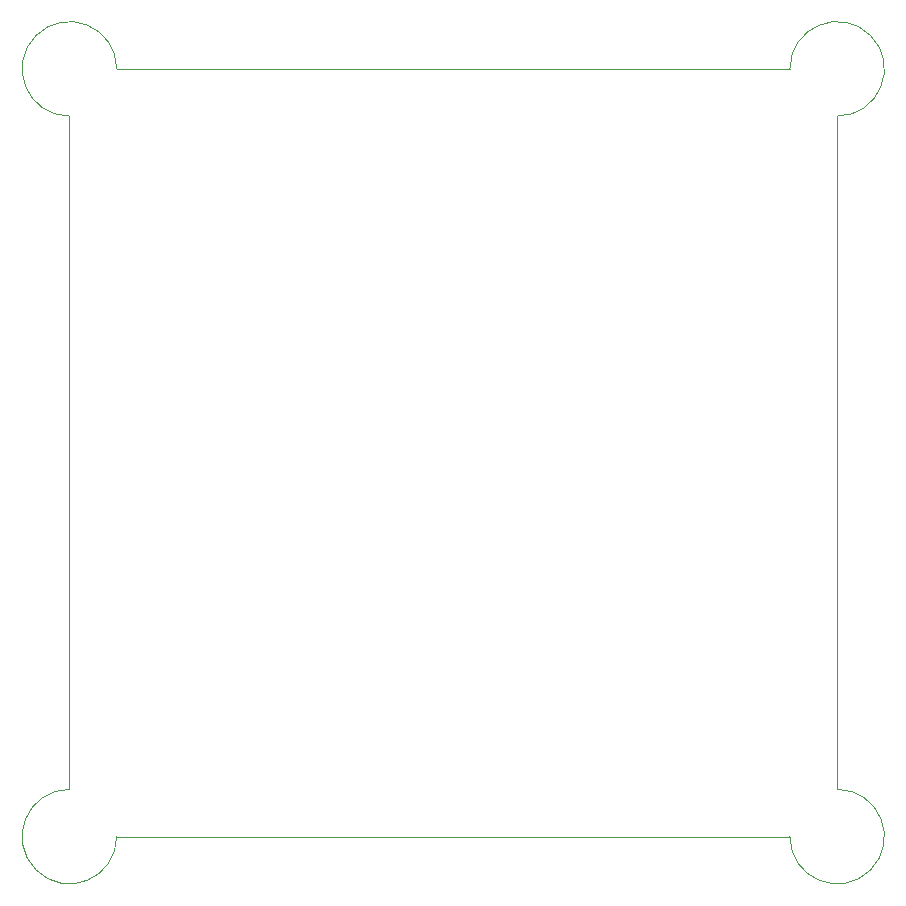
<source format=gbr>
%TF.GenerationSoftware,KiCad,Pcbnew,7.0.5*%
%TF.CreationDate,2023-12-13T15:43:58+01:00*%
%TF.ProjectId,Hexapod UGV v1.0,48657861-706f-4642-9055-47562076312e,rev?*%
%TF.SameCoordinates,Original*%
%TF.FileFunction,Profile,NP*%
%FSLAX46Y46*%
G04 Gerber Fmt 4.6, Leading zero omitted, Abs format (unit mm)*
G04 Created by KiCad (PCBNEW 7.0.5) date 2023-12-13 15:43:58*
%MOMM*%
%LPD*%
G01*
G04 APERTURE LIST*
%TA.AperFunction,Profile*%
%ADD10C,0.100000*%
%TD*%
G04 APERTURE END LIST*
D10*
X165000000Y-69000000D02*
X165000000Y-126000000D01*
X161000000Y-130000000D02*
X104000000Y-130000000D01*
X104000000Y-65000000D02*
G75*
G03*
X100000000Y-69000000I-4000000J0D01*
G01*
X165000000Y-69000000D02*
G75*
G03*
X161000000Y-65000000I0J4000000D01*
G01*
X100000000Y-126000000D02*
G75*
G03*
X104000000Y-130000000I0J-4000000D01*
G01*
X104000000Y-65000000D02*
X161000000Y-65000000D01*
X100000000Y-126000000D02*
X100000000Y-69000000D01*
X161000000Y-130000000D02*
G75*
G03*
X165000000Y-126000000I4000000J0D01*
G01*
M02*

</source>
